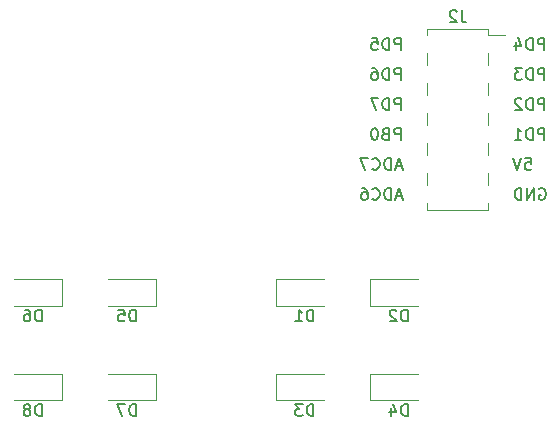
<source format=gbr>
%TF.GenerationSoftware,KiCad,Pcbnew,5.1.10*%
%TF.CreationDate,2021-09-26T09:19:48+10:00*%
%TF.ProjectId,pcb-main,7063622d-6d61-4696-9e2e-6b696361645f,rev?*%
%TF.SameCoordinates,Original*%
%TF.FileFunction,Legend,Bot*%
%TF.FilePolarity,Positive*%
%FSLAX46Y46*%
G04 Gerber Fmt 4.6, Leading zero omitted, Abs format (unit mm)*
G04 Created by KiCad (PCBNEW 5.1.10) date 2021-09-26 09:19:48*
%MOMM*%
%LPD*%
G01*
G04 APERTURE LIST*
%ADD10C,0.150000*%
%ADD11C,0.120000*%
G04 APERTURE END LIST*
D10*
X165712023Y-81866666D02*
X165235833Y-81866666D01*
X165807261Y-82152380D02*
X165473928Y-81152380D01*
X165140595Y-82152380D01*
X164807261Y-82152380D02*
X164807261Y-81152380D01*
X164569166Y-81152380D01*
X164426309Y-81200000D01*
X164331071Y-81295238D01*
X164283452Y-81390476D01*
X164235833Y-81580952D01*
X164235833Y-81723809D01*
X164283452Y-81914285D01*
X164331071Y-82009523D01*
X164426309Y-82104761D01*
X164569166Y-82152380D01*
X164807261Y-82152380D01*
X163235833Y-82057142D02*
X163283452Y-82104761D01*
X163426309Y-82152380D01*
X163521547Y-82152380D01*
X163664404Y-82104761D01*
X163759642Y-82009523D01*
X163807261Y-81914285D01*
X163854880Y-81723809D01*
X163854880Y-81580952D01*
X163807261Y-81390476D01*
X163759642Y-81295238D01*
X163664404Y-81200000D01*
X163521547Y-81152380D01*
X163426309Y-81152380D01*
X163283452Y-81200000D01*
X163235833Y-81247619D01*
X162378690Y-81152380D02*
X162569166Y-81152380D01*
X162664404Y-81200000D01*
X162712023Y-81247619D01*
X162807261Y-81390476D01*
X162854880Y-81580952D01*
X162854880Y-81961904D01*
X162807261Y-82057142D01*
X162759642Y-82104761D01*
X162664404Y-82152380D01*
X162473928Y-82152380D01*
X162378690Y-82104761D01*
X162331071Y-82057142D01*
X162283452Y-81961904D01*
X162283452Y-81723809D01*
X162331071Y-81628571D01*
X162378690Y-81580952D01*
X162473928Y-81533333D01*
X162664404Y-81533333D01*
X162759642Y-81580952D01*
X162807261Y-81628571D01*
X162854880Y-81723809D01*
X165712023Y-79326666D02*
X165235833Y-79326666D01*
X165807261Y-79612380D02*
X165473928Y-78612380D01*
X165140595Y-79612380D01*
X164807261Y-79612380D02*
X164807261Y-78612380D01*
X164569166Y-78612380D01*
X164426309Y-78660000D01*
X164331071Y-78755238D01*
X164283452Y-78850476D01*
X164235833Y-79040952D01*
X164235833Y-79183809D01*
X164283452Y-79374285D01*
X164331071Y-79469523D01*
X164426309Y-79564761D01*
X164569166Y-79612380D01*
X164807261Y-79612380D01*
X163235833Y-79517142D02*
X163283452Y-79564761D01*
X163426309Y-79612380D01*
X163521547Y-79612380D01*
X163664404Y-79564761D01*
X163759642Y-79469523D01*
X163807261Y-79374285D01*
X163854880Y-79183809D01*
X163854880Y-79040952D01*
X163807261Y-78850476D01*
X163759642Y-78755238D01*
X163664404Y-78660000D01*
X163521547Y-78612380D01*
X163426309Y-78612380D01*
X163283452Y-78660000D01*
X163235833Y-78707619D01*
X162902500Y-78612380D02*
X162235833Y-78612380D01*
X162664404Y-79612380D01*
X165664404Y-77072380D02*
X165664404Y-76072380D01*
X165283452Y-76072380D01*
X165188214Y-76120000D01*
X165140595Y-76167619D01*
X165092976Y-76262857D01*
X165092976Y-76405714D01*
X165140595Y-76500952D01*
X165188214Y-76548571D01*
X165283452Y-76596190D01*
X165664404Y-76596190D01*
X164331071Y-76548571D02*
X164188214Y-76596190D01*
X164140595Y-76643809D01*
X164092976Y-76739047D01*
X164092976Y-76881904D01*
X164140595Y-76977142D01*
X164188214Y-77024761D01*
X164283452Y-77072380D01*
X164664404Y-77072380D01*
X164664404Y-76072380D01*
X164331071Y-76072380D01*
X164235833Y-76120000D01*
X164188214Y-76167619D01*
X164140595Y-76262857D01*
X164140595Y-76358095D01*
X164188214Y-76453333D01*
X164235833Y-76500952D01*
X164331071Y-76548571D01*
X164664404Y-76548571D01*
X163473928Y-76072380D02*
X163378690Y-76072380D01*
X163283452Y-76120000D01*
X163235833Y-76167619D01*
X163188214Y-76262857D01*
X163140595Y-76453333D01*
X163140595Y-76691428D01*
X163188214Y-76881904D01*
X163235833Y-76977142D01*
X163283452Y-77024761D01*
X163378690Y-77072380D01*
X163473928Y-77072380D01*
X163569166Y-77024761D01*
X163616785Y-76977142D01*
X163664404Y-76881904D01*
X163712023Y-76691428D01*
X163712023Y-76453333D01*
X163664404Y-76262857D01*
X163616785Y-76167619D01*
X163569166Y-76120000D01*
X163473928Y-76072380D01*
X165664404Y-74532380D02*
X165664404Y-73532380D01*
X165283452Y-73532380D01*
X165188214Y-73580000D01*
X165140595Y-73627619D01*
X165092976Y-73722857D01*
X165092976Y-73865714D01*
X165140595Y-73960952D01*
X165188214Y-74008571D01*
X165283452Y-74056190D01*
X165664404Y-74056190D01*
X164664404Y-74532380D02*
X164664404Y-73532380D01*
X164426309Y-73532380D01*
X164283452Y-73580000D01*
X164188214Y-73675238D01*
X164140595Y-73770476D01*
X164092976Y-73960952D01*
X164092976Y-74103809D01*
X164140595Y-74294285D01*
X164188214Y-74389523D01*
X164283452Y-74484761D01*
X164426309Y-74532380D01*
X164664404Y-74532380D01*
X163759642Y-73532380D02*
X163092976Y-73532380D01*
X163521547Y-74532380D01*
X165664404Y-71992380D02*
X165664404Y-70992380D01*
X165283452Y-70992380D01*
X165188214Y-71040000D01*
X165140595Y-71087619D01*
X165092976Y-71182857D01*
X165092976Y-71325714D01*
X165140595Y-71420952D01*
X165188214Y-71468571D01*
X165283452Y-71516190D01*
X165664404Y-71516190D01*
X164664404Y-71992380D02*
X164664404Y-70992380D01*
X164426309Y-70992380D01*
X164283452Y-71040000D01*
X164188214Y-71135238D01*
X164140595Y-71230476D01*
X164092976Y-71420952D01*
X164092976Y-71563809D01*
X164140595Y-71754285D01*
X164188214Y-71849523D01*
X164283452Y-71944761D01*
X164426309Y-71992380D01*
X164664404Y-71992380D01*
X163235833Y-70992380D02*
X163426309Y-70992380D01*
X163521547Y-71040000D01*
X163569166Y-71087619D01*
X163664404Y-71230476D01*
X163712023Y-71420952D01*
X163712023Y-71801904D01*
X163664404Y-71897142D01*
X163616785Y-71944761D01*
X163521547Y-71992380D01*
X163331071Y-71992380D01*
X163235833Y-71944761D01*
X163188214Y-71897142D01*
X163140595Y-71801904D01*
X163140595Y-71563809D01*
X163188214Y-71468571D01*
X163235833Y-71420952D01*
X163331071Y-71373333D01*
X163521547Y-71373333D01*
X163616785Y-71420952D01*
X163664404Y-71468571D01*
X163712023Y-71563809D01*
X165664404Y-69452380D02*
X165664404Y-68452380D01*
X165283452Y-68452380D01*
X165188214Y-68500000D01*
X165140595Y-68547619D01*
X165092976Y-68642857D01*
X165092976Y-68785714D01*
X165140595Y-68880952D01*
X165188214Y-68928571D01*
X165283452Y-68976190D01*
X165664404Y-68976190D01*
X164664404Y-69452380D02*
X164664404Y-68452380D01*
X164426309Y-68452380D01*
X164283452Y-68500000D01*
X164188214Y-68595238D01*
X164140595Y-68690476D01*
X164092976Y-68880952D01*
X164092976Y-69023809D01*
X164140595Y-69214285D01*
X164188214Y-69309523D01*
X164283452Y-69404761D01*
X164426309Y-69452380D01*
X164664404Y-69452380D01*
X163188214Y-68452380D02*
X163664404Y-68452380D01*
X163712023Y-68928571D01*
X163664404Y-68880952D01*
X163569166Y-68833333D01*
X163331071Y-68833333D01*
X163235833Y-68880952D01*
X163188214Y-68928571D01*
X163140595Y-69023809D01*
X163140595Y-69261904D01*
X163188214Y-69357142D01*
X163235833Y-69404761D01*
X163331071Y-69452380D01*
X163569166Y-69452380D01*
X163664404Y-69404761D01*
X163712023Y-69357142D01*
X177811785Y-69452380D02*
X177811785Y-68452380D01*
X177430833Y-68452380D01*
X177335595Y-68500000D01*
X177287976Y-68547619D01*
X177240357Y-68642857D01*
X177240357Y-68785714D01*
X177287976Y-68880952D01*
X177335595Y-68928571D01*
X177430833Y-68976190D01*
X177811785Y-68976190D01*
X176811785Y-69452380D02*
X176811785Y-68452380D01*
X176573690Y-68452380D01*
X176430833Y-68500000D01*
X176335595Y-68595238D01*
X176287976Y-68690476D01*
X176240357Y-68880952D01*
X176240357Y-69023809D01*
X176287976Y-69214285D01*
X176335595Y-69309523D01*
X176430833Y-69404761D01*
X176573690Y-69452380D01*
X176811785Y-69452380D01*
X175383214Y-68785714D02*
X175383214Y-69452380D01*
X175621309Y-68404761D02*
X175859404Y-69119047D01*
X175240357Y-69119047D01*
X177811785Y-71992380D02*
X177811785Y-70992380D01*
X177430833Y-70992380D01*
X177335595Y-71040000D01*
X177287976Y-71087619D01*
X177240357Y-71182857D01*
X177240357Y-71325714D01*
X177287976Y-71420952D01*
X177335595Y-71468571D01*
X177430833Y-71516190D01*
X177811785Y-71516190D01*
X176811785Y-71992380D02*
X176811785Y-70992380D01*
X176573690Y-70992380D01*
X176430833Y-71040000D01*
X176335595Y-71135238D01*
X176287976Y-71230476D01*
X176240357Y-71420952D01*
X176240357Y-71563809D01*
X176287976Y-71754285D01*
X176335595Y-71849523D01*
X176430833Y-71944761D01*
X176573690Y-71992380D01*
X176811785Y-71992380D01*
X175907023Y-70992380D02*
X175287976Y-70992380D01*
X175621309Y-71373333D01*
X175478452Y-71373333D01*
X175383214Y-71420952D01*
X175335595Y-71468571D01*
X175287976Y-71563809D01*
X175287976Y-71801904D01*
X175335595Y-71897142D01*
X175383214Y-71944761D01*
X175478452Y-71992380D01*
X175764166Y-71992380D01*
X175859404Y-71944761D01*
X175907023Y-71897142D01*
X177811785Y-74532380D02*
X177811785Y-73532380D01*
X177430833Y-73532380D01*
X177335595Y-73580000D01*
X177287976Y-73627619D01*
X177240357Y-73722857D01*
X177240357Y-73865714D01*
X177287976Y-73960952D01*
X177335595Y-74008571D01*
X177430833Y-74056190D01*
X177811785Y-74056190D01*
X176811785Y-74532380D02*
X176811785Y-73532380D01*
X176573690Y-73532380D01*
X176430833Y-73580000D01*
X176335595Y-73675238D01*
X176287976Y-73770476D01*
X176240357Y-73960952D01*
X176240357Y-74103809D01*
X176287976Y-74294285D01*
X176335595Y-74389523D01*
X176430833Y-74484761D01*
X176573690Y-74532380D01*
X176811785Y-74532380D01*
X175859404Y-73627619D02*
X175811785Y-73580000D01*
X175716547Y-73532380D01*
X175478452Y-73532380D01*
X175383214Y-73580000D01*
X175335595Y-73627619D01*
X175287976Y-73722857D01*
X175287976Y-73818095D01*
X175335595Y-73960952D01*
X175907023Y-74532380D01*
X175287976Y-74532380D01*
X177811785Y-77072380D02*
X177811785Y-76072380D01*
X177430833Y-76072380D01*
X177335595Y-76120000D01*
X177287976Y-76167619D01*
X177240357Y-76262857D01*
X177240357Y-76405714D01*
X177287976Y-76500952D01*
X177335595Y-76548571D01*
X177430833Y-76596190D01*
X177811785Y-76596190D01*
X176811785Y-77072380D02*
X176811785Y-76072380D01*
X176573690Y-76072380D01*
X176430833Y-76120000D01*
X176335595Y-76215238D01*
X176287976Y-76310476D01*
X176240357Y-76500952D01*
X176240357Y-76643809D01*
X176287976Y-76834285D01*
X176335595Y-76929523D01*
X176430833Y-77024761D01*
X176573690Y-77072380D01*
X176811785Y-77072380D01*
X175287976Y-77072380D02*
X175859404Y-77072380D01*
X175573690Y-77072380D02*
X175573690Y-76072380D01*
X175668928Y-76215238D01*
X175764166Y-76310476D01*
X175859404Y-76358095D01*
X176192738Y-78612380D02*
X176668928Y-78612380D01*
X176716547Y-79088571D01*
X176668928Y-79040952D01*
X176573690Y-78993333D01*
X176335595Y-78993333D01*
X176240357Y-79040952D01*
X176192738Y-79088571D01*
X176145119Y-79183809D01*
X176145119Y-79421904D01*
X176192738Y-79517142D01*
X176240357Y-79564761D01*
X176335595Y-79612380D01*
X176573690Y-79612380D01*
X176668928Y-79564761D01*
X176716547Y-79517142D01*
X175859404Y-78612380D02*
X175526071Y-79612380D01*
X175192738Y-78612380D01*
X177383214Y-81200000D02*
X177478452Y-81152380D01*
X177621309Y-81152380D01*
X177764166Y-81200000D01*
X177859404Y-81295238D01*
X177907023Y-81390476D01*
X177954642Y-81580952D01*
X177954642Y-81723809D01*
X177907023Y-81914285D01*
X177859404Y-82009523D01*
X177764166Y-82104761D01*
X177621309Y-82152380D01*
X177526071Y-82152380D01*
X177383214Y-82104761D01*
X177335595Y-82057142D01*
X177335595Y-81723809D01*
X177526071Y-81723809D01*
X176907023Y-82152380D02*
X176907023Y-81152380D01*
X176335595Y-82152380D01*
X176335595Y-81152380D01*
X175859404Y-82152380D02*
X175859404Y-81152380D01*
X175621309Y-81152380D01*
X175478452Y-81200000D01*
X175383214Y-81295238D01*
X175335595Y-81390476D01*
X175287976Y-81580952D01*
X175287976Y-81723809D01*
X175335595Y-81914285D01*
X175383214Y-82009523D01*
X175478452Y-82104761D01*
X175621309Y-82152380D01*
X175859404Y-82152380D01*
D11*
%TO.C,J2*%
X173075000Y-67670000D02*
X167875000Y-67670000D01*
X173075000Y-83030000D02*
X167875000Y-83030000D01*
X174515000Y-68240000D02*
X173075000Y-68240000D01*
X173075000Y-67670000D02*
X173075000Y-68240000D01*
X167875000Y-67670000D02*
X167875000Y-68240000D01*
X173075000Y-82460000D02*
X173075000Y-83030000D01*
X167875000Y-82460000D02*
X167875000Y-83030000D01*
X173075000Y-69760000D02*
X173075000Y-70780000D01*
X167875000Y-69760000D02*
X167875000Y-70780000D01*
X173075000Y-72300000D02*
X173075000Y-73320000D01*
X167875000Y-72300000D02*
X167875000Y-73320000D01*
X173075000Y-74840000D02*
X173075000Y-75860000D01*
X167875000Y-74840000D02*
X167875000Y-75860000D01*
X173075000Y-77380000D02*
X173075000Y-78400000D01*
X167875000Y-77380000D02*
X167875000Y-78400000D01*
X173075000Y-79920000D02*
X173075000Y-80940000D01*
X167875000Y-79920000D02*
X167875000Y-80940000D01*
%TO.C,D8*%
X132912500Y-96865000D02*
X136972500Y-96865000D01*
X136972500Y-96865000D02*
X136972500Y-99135000D01*
X136972500Y-99135000D02*
X132912500Y-99135000D01*
%TO.C,D7*%
X140887500Y-96865000D02*
X144947500Y-96865000D01*
X144947500Y-96865000D02*
X144947500Y-99135000D01*
X144947500Y-99135000D02*
X140887500Y-99135000D01*
%TO.C,D6*%
X132912500Y-88865000D02*
X136972500Y-88865000D01*
X136972500Y-88865000D02*
X136972500Y-91135000D01*
X136972500Y-91135000D02*
X132912500Y-91135000D01*
%TO.C,D5*%
X140887500Y-88865000D02*
X144947500Y-88865000D01*
X144947500Y-88865000D02*
X144947500Y-91135000D01*
X144947500Y-91135000D02*
X140887500Y-91135000D01*
%TO.C,D4*%
X167087500Y-99135000D02*
X163027500Y-99135000D01*
X163027500Y-99135000D02*
X163027500Y-96865000D01*
X163027500Y-96865000D02*
X167087500Y-96865000D01*
%TO.C,D3*%
X159112500Y-99135000D02*
X155052500Y-99135000D01*
X155052500Y-99135000D02*
X155052500Y-96865000D01*
X155052500Y-96865000D02*
X159112500Y-96865000D01*
%TO.C,D2*%
X167087500Y-91135000D02*
X163027500Y-91135000D01*
X163027500Y-91135000D02*
X163027500Y-88865000D01*
X163027500Y-88865000D02*
X167087500Y-88865000D01*
%TO.C,D1*%
X159112500Y-91135000D02*
X155052500Y-91135000D01*
X155052500Y-91135000D02*
X155052500Y-88865000D01*
X155052500Y-88865000D02*
X159112500Y-88865000D01*
%TO.C,J2*%
D10*
X170808333Y-66122380D02*
X170808333Y-66836666D01*
X170855952Y-66979523D01*
X170951190Y-67074761D01*
X171094047Y-67122380D01*
X171189285Y-67122380D01*
X170379761Y-66217619D02*
X170332142Y-66170000D01*
X170236904Y-66122380D01*
X169998809Y-66122380D01*
X169903571Y-66170000D01*
X169855952Y-66217619D01*
X169808333Y-66312857D01*
X169808333Y-66408095D01*
X169855952Y-66550952D01*
X170427380Y-67122380D01*
X169808333Y-67122380D01*
%TO.C,D8*%
X135250595Y-100452380D02*
X135250595Y-99452380D01*
X135012500Y-99452380D01*
X134869642Y-99500000D01*
X134774404Y-99595238D01*
X134726785Y-99690476D01*
X134679166Y-99880952D01*
X134679166Y-100023809D01*
X134726785Y-100214285D01*
X134774404Y-100309523D01*
X134869642Y-100404761D01*
X135012500Y-100452380D01*
X135250595Y-100452380D01*
X134107738Y-99880952D02*
X134202976Y-99833333D01*
X134250595Y-99785714D01*
X134298214Y-99690476D01*
X134298214Y-99642857D01*
X134250595Y-99547619D01*
X134202976Y-99500000D01*
X134107738Y-99452380D01*
X133917261Y-99452380D01*
X133822023Y-99500000D01*
X133774404Y-99547619D01*
X133726785Y-99642857D01*
X133726785Y-99690476D01*
X133774404Y-99785714D01*
X133822023Y-99833333D01*
X133917261Y-99880952D01*
X134107738Y-99880952D01*
X134202976Y-99928571D01*
X134250595Y-99976190D01*
X134298214Y-100071428D01*
X134298214Y-100261904D01*
X134250595Y-100357142D01*
X134202976Y-100404761D01*
X134107738Y-100452380D01*
X133917261Y-100452380D01*
X133822023Y-100404761D01*
X133774404Y-100357142D01*
X133726785Y-100261904D01*
X133726785Y-100071428D01*
X133774404Y-99976190D01*
X133822023Y-99928571D01*
X133917261Y-99880952D01*
%TO.C,D7*%
X143225595Y-100452380D02*
X143225595Y-99452380D01*
X142987500Y-99452380D01*
X142844642Y-99500000D01*
X142749404Y-99595238D01*
X142701785Y-99690476D01*
X142654166Y-99880952D01*
X142654166Y-100023809D01*
X142701785Y-100214285D01*
X142749404Y-100309523D01*
X142844642Y-100404761D01*
X142987500Y-100452380D01*
X143225595Y-100452380D01*
X142320833Y-99452380D02*
X141654166Y-99452380D01*
X142082738Y-100452380D01*
%TO.C,D6*%
X135250595Y-92452380D02*
X135250595Y-91452380D01*
X135012500Y-91452380D01*
X134869642Y-91500000D01*
X134774404Y-91595238D01*
X134726785Y-91690476D01*
X134679166Y-91880952D01*
X134679166Y-92023809D01*
X134726785Y-92214285D01*
X134774404Y-92309523D01*
X134869642Y-92404761D01*
X135012500Y-92452380D01*
X135250595Y-92452380D01*
X133822023Y-91452380D02*
X134012500Y-91452380D01*
X134107738Y-91500000D01*
X134155357Y-91547619D01*
X134250595Y-91690476D01*
X134298214Y-91880952D01*
X134298214Y-92261904D01*
X134250595Y-92357142D01*
X134202976Y-92404761D01*
X134107738Y-92452380D01*
X133917261Y-92452380D01*
X133822023Y-92404761D01*
X133774404Y-92357142D01*
X133726785Y-92261904D01*
X133726785Y-92023809D01*
X133774404Y-91928571D01*
X133822023Y-91880952D01*
X133917261Y-91833333D01*
X134107738Y-91833333D01*
X134202976Y-91880952D01*
X134250595Y-91928571D01*
X134298214Y-92023809D01*
%TO.C,D5*%
X143225595Y-92452380D02*
X143225595Y-91452380D01*
X142987500Y-91452380D01*
X142844642Y-91500000D01*
X142749404Y-91595238D01*
X142701785Y-91690476D01*
X142654166Y-91880952D01*
X142654166Y-92023809D01*
X142701785Y-92214285D01*
X142749404Y-92309523D01*
X142844642Y-92404761D01*
X142987500Y-92452380D01*
X143225595Y-92452380D01*
X141749404Y-91452380D02*
X142225595Y-91452380D01*
X142273214Y-91928571D01*
X142225595Y-91880952D01*
X142130357Y-91833333D01*
X141892261Y-91833333D01*
X141797023Y-91880952D01*
X141749404Y-91928571D01*
X141701785Y-92023809D01*
X141701785Y-92261904D01*
X141749404Y-92357142D01*
X141797023Y-92404761D01*
X141892261Y-92452380D01*
X142130357Y-92452380D01*
X142225595Y-92404761D01*
X142273214Y-92357142D01*
%TO.C,D4*%
X166225595Y-100452380D02*
X166225595Y-99452380D01*
X165987500Y-99452380D01*
X165844642Y-99500000D01*
X165749404Y-99595238D01*
X165701785Y-99690476D01*
X165654166Y-99880952D01*
X165654166Y-100023809D01*
X165701785Y-100214285D01*
X165749404Y-100309523D01*
X165844642Y-100404761D01*
X165987500Y-100452380D01*
X166225595Y-100452380D01*
X164797023Y-99785714D02*
X164797023Y-100452380D01*
X165035119Y-99404761D02*
X165273214Y-100119047D01*
X164654166Y-100119047D01*
%TO.C,D3*%
X158250595Y-100452380D02*
X158250595Y-99452380D01*
X158012500Y-99452380D01*
X157869642Y-99500000D01*
X157774404Y-99595238D01*
X157726785Y-99690476D01*
X157679166Y-99880952D01*
X157679166Y-100023809D01*
X157726785Y-100214285D01*
X157774404Y-100309523D01*
X157869642Y-100404761D01*
X158012500Y-100452380D01*
X158250595Y-100452380D01*
X157345833Y-99452380D02*
X156726785Y-99452380D01*
X157060119Y-99833333D01*
X156917261Y-99833333D01*
X156822023Y-99880952D01*
X156774404Y-99928571D01*
X156726785Y-100023809D01*
X156726785Y-100261904D01*
X156774404Y-100357142D01*
X156822023Y-100404761D01*
X156917261Y-100452380D01*
X157202976Y-100452380D01*
X157298214Y-100404761D01*
X157345833Y-100357142D01*
%TO.C,D2*%
X166225595Y-92452380D02*
X166225595Y-91452380D01*
X165987500Y-91452380D01*
X165844642Y-91500000D01*
X165749404Y-91595238D01*
X165701785Y-91690476D01*
X165654166Y-91880952D01*
X165654166Y-92023809D01*
X165701785Y-92214285D01*
X165749404Y-92309523D01*
X165844642Y-92404761D01*
X165987500Y-92452380D01*
X166225595Y-92452380D01*
X165273214Y-91547619D02*
X165225595Y-91500000D01*
X165130357Y-91452380D01*
X164892261Y-91452380D01*
X164797023Y-91500000D01*
X164749404Y-91547619D01*
X164701785Y-91642857D01*
X164701785Y-91738095D01*
X164749404Y-91880952D01*
X165320833Y-92452380D01*
X164701785Y-92452380D01*
%TO.C,D1*%
X158250595Y-92452380D02*
X158250595Y-91452380D01*
X158012500Y-91452380D01*
X157869642Y-91500000D01*
X157774404Y-91595238D01*
X157726785Y-91690476D01*
X157679166Y-91880952D01*
X157679166Y-92023809D01*
X157726785Y-92214285D01*
X157774404Y-92309523D01*
X157869642Y-92404761D01*
X158012500Y-92452380D01*
X158250595Y-92452380D01*
X156726785Y-92452380D02*
X157298214Y-92452380D01*
X157012500Y-92452380D02*
X157012500Y-91452380D01*
X157107738Y-91595238D01*
X157202976Y-91690476D01*
X157298214Y-91738095D01*
%TD*%
M02*

</source>
